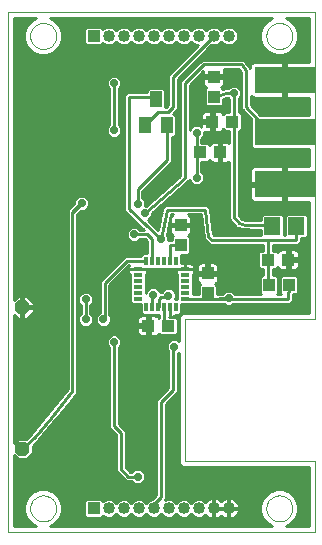
<source format=gtl>
G75*
G70*
%OFA0B0*%
%FSLAX24Y24*%
%IPPOS*%
%LPD*%
%AMOC8*
5,1,8,0,0,1.08239X$1,22.5*
%
%ADD10C,0.0000*%
%ADD11R,0.0315X0.0134*%
%ADD12R,0.0134X0.0315*%
%ADD13R,0.0394X0.0433*%
%ADD14R,0.0433X0.0394*%
%ADD15R,0.0551X0.0591*%
%ADD16R,0.0400X0.0400*%
%ADD17C,0.0400*%
%ADD18R,0.2000X0.0900*%
%ADD19R,0.0394X0.0551*%
%ADD20OC8,0.0472*%
%ADD21C,0.0100*%
%ADD22C,0.0278*%
D10*
X003487Y002923D02*
X003487Y020246D01*
X013723Y020246D01*
X013723Y010009D01*
X009393Y010009D01*
X009393Y005285D01*
X013723Y005285D01*
X013723Y002923D01*
X003487Y002923D01*
X004235Y003710D02*
X004237Y003751D01*
X004243Y003792D01*
X004253Y003832D01*
X004266Y003871D01*
X004283Y003908D01*
X004304Y003944D01*
X004328Y003978D01*
X004355Y004009D01*
X004384Y004037D01*
X004417Y004063D01*
X004451Y004085D01*
X004488Y004104D01*
X004526Y004119D01*
X004566Y004131D01*
X004606Y004139D01*
X004647Y004143D01*
X004689Y004143D01*
X004730Y004139D01*
X004770Y004131D01*
X004810Y004119D01*
X004848Y004104D01*
X004884Y004085D01*
X004919Y004063D01*
X004952Y004037D01*
X004981Y004009D01*
X005008Y003978D01*
X005032Y003944D01*
X005053Y003908D01*
X005070Y003871D01*
X005083Y003832D01*
X005093Y003792D01*
X005099Y003751D01*
X005101Y003710D01*
X005099Y003669D01*
X005093Y003628D01*
X005083Y003588D01*
X005070Y003549D01*
X005053Y003512D01*
X005032Y003476D01*
X005008Y003442D01*
X004981Y003411D01*
X004952Y003383D01*
X004919Y003357D01*
X004885Y003335D01*
X004848Y003316D01*
X004810Y003301D01*
X004770Y003289D01*
X004730Y003281D01*
X004689Y003277D01*
X004647Y003277D01*
X004606Y003281D01*
X004566Y003289D01*
X004526Y003301D01*
X004488Y003316D01*
X004452Y003335D01*
X004417Y003357D01*
X004384Y003383D01*
X004355Y003411D01*
X004328Y003442D01*
X004304Y003476D01*
X004283Y003512D01*
X004266Y003549D01*
X004253Y003588D01*
X004243Y003628D01*
X004237Y003669D01*
X004235Y003710D01*
X012109Y003710D02*
X012111Y003751D01*
X012117Y003792D01*
X012127Y003832D01*
X012140Y003871D01*
X012157Y003908D01*
X012178Y003944D01*
X012202Y003978D01*
X012229Y004009D01*
X012258Y004037D01*
X012291Y004063D01*
X012325Y004085D01*
X012362Y004104D01*
X012400Y004119D01*
X012440Y004131D01*
X012480Y004139D01*
X012521Y004143D01*
X012563Y004143D01*
X012604Y004139D01*
X012644Y004131D01*
X012684Y004119D01*
X012722Y004104D01*
X012758Y004085D01*
X012793Y004063D01*
X012826Y004037D01*
X012855Y004009D01*
X012882Y003978D01*
X012906Y003944D01*
X012927Y003908D01*
X012944Y003871D01*
X012957Y003832D01*
X012967Y003792D01*
X012973Y003751D01*
X012975Y003710D01*
X012973Y003669D01*
X012967Y003628D01*
X012957Y003588D01*
X012944Y003549D01*
X012927Y003512D01*
X012906Y003476D01*
X012882Y003442D01*
X012855Y003411D01*
X012826Y003383D01*
X012793Y003357D01*
X012759Y003335D01*
X012722Y003316D01*
X012684Y003301D01*
X012644Y003289D01*
X012604Y003281D01*
X012563Y003277D01*
X012521Y003277D01*
X012480Y003281D01*
X012440Y003289D01*
X012400Y003301D01*
X012362Y003316D01*
X012326Y003335D01*
X012291Y003357D01*
X012258Y003383D01*
X012229Y003411D01*
X012202Y003442D01*
X012178Y003476D01*
X012157Y003512D01*
X012140Y003549D01*
X012127Y003588D01*
X012117Y003628D01*
X012111Y003669D01*
X012109Y003710D01*
X013727Y014057D02*
X013727Y018457D01*
X012109Y019458D02*
X012111Y019499D01*
X012117Y019540D01*
X012127Y019580D01*
X012140Y019619D01*
X012157Y019656D01*
X012178Y019692D01*
X012202Y019726D01*
X012229Y019757D01*
X012258Y019785D01*
X012291Y019811D01*
X012325Y019833D01*
X012362Y019852D01*
X012400Y019867D01*
X012440Y019879D01*
X012480Y019887D01*
X012521Y019891D01*
X012563Y019891D01*
X012604Y019887D01*
X012644Y019879D01*
X012684Y019867D01*
X012722Y019852D01*
X012758Y019833D01*
X012793Y019811D01*
X012826Y019785D01*
X012855Y019757D01*
X012882Y019726D01*
X012906Y019692D01*
X012927Y019656D01*
X012944Y019619D01*
X012957Y019580D01*
X012967Y019540D01*
X012973Y019499D01*
X012975Y019458D01*
X012973Y019417D01*
X012967Y019376D01*
X012957Y019336D01*
X012944Y019297D01*
X012927Y019260D01*
X012906Y019224D01*
X012882Y019190D01*
X012855Y019159D01*
X012826Y019131D01*
X012793Y019105D01*
X012759Y019083D01*
X012722Y019064D01*
X012684Y019049D01*
X012644Y019037D01*
X012604Y019029D01*
X012563Y019025D01*
X012521Y019025D01*
X012480Y019029D01*
X012440Y019037D01*
X012400Y019049D01*
X012362Y019064D01*
X012326Y019083D01*
X012291Y019105D01*
X012258Y019131D01*
X012229Y019159D01*
X012202Y019190D01*
X012178Y019224D01*
X012157Y019260D01*
X012140Y019297D01*
X012127Y019336D01*
X012117Y019376D01*
X012111Y019417D01*
X012109Y019458D01*
X004235Y019458D02*
X004237Y019499D01*
X004243Y019540D01*
X004253Y019580D01*
X004266Y019619D01*
X004283Y019656D01*
X004304Y019692D01*
X004328Y019726D01*
X004355Y019757D01*
X004384Y019785D01*
X004417Y019811D01*
X004451Y019833D01*
X004488Y019852D01*
X004526Y019867D01*
X004566Y019879D01*
X004606Y019887D01*
X004647Y019891D01*
X004689Y019891D01*
X004730Y019887D01*
X004770Y019879D01*
X004810Y019867D01*
X004848Y019852D01*
X004884Y019833D01*
X004919Y019811D01*
X004952Y019785D01*
X004981Y019757D01*
X005008Y019726D01*
X005032Y019692D01*
X005053Y019656D01*
X005070Y019619D01*
X005083Y019580D01*
X005093Y019540D01*
X005099Y019499D01*
X005101Y019458D01*
X005099Y019417D01*
X005093Y019376D01*
X005083Y019336D01*
X005070Y019297D01*
X005053Y019260D01*
X005032Y019224D01*
X005008Y019190D01*
X004981Y019159D01*
X004952Y019131D01*
X004919Y019105D01*
X004885Y019083D01*
X004848Y019064D01*
X004810Y019049D01*
X004770Y019037D01*
X004730Y019029D01*
X004689Y019025D01*
X004647Y019025D01*
X004606Y019029D01*
X004566Y019037D01*
X004526Y019049D01*
X004488Y019064D01*
X004452Y019083D01*
X004417Y019105D01*
X004384Y019131D01*
X004355Y019159D01*
X004328Y019190D01*
X004304Y019224D01*
X004283Y019260D01*
X004266Y019297D01*
X004253Y019336D01*
X004243Y019376D01*
X004237Y019417D01*
X004235Y019458D01*
D11*
X007818Y011683D03*
X007818Y011486D03*
X007818Y011289D03*
X007818Y011092D03*
X007818Y010895D03*
X007818Y010698D03*
X009393Y010698D03*
X009393Y010895D03*
X009393Y011092D03*
X009393Y011289D03*
X009393Y011486D03*
X009393Y011683D03*
D12*
X009097Y011968D03*
X008901Y011968D03*
X008704Y011968D03*
X008507Y011968D03*
X008310Y011968D03*
X008113Y011968D03*
X008113Y010413D03*
X008310Y010413D03*
X008507Y010413D03*
X008704Y010413D03*
X008901Y010413D03*
X009097Y010413D03*
D13*
X010157Y010876D03*
X010157Y011545D03*
X009255Y012486D03*
X009255Y013155D03*
X012200Y011167D03*
X012869Y011167D03*
X010357Y017435D03*
X010357Y018104D03*
D14*
X010310Y016604D03*
X010979Y016604D03*
X010566Y015580D03*
X009897Y015580D03*
X012168Y011998D03*
X012838Y011998D03*
X008842Y009793D03*
X008172Y009793D03*
D15*
X012304Y013131D03*
X013111Y013131D03*
D16*
X006355Y019458D03*
X006355Y003710D03*
D17*
X006855Y003710D03*
X007355Y003710D03*
X007855Y003710D03*
X008355Y003710D03*
X008855Y003710D03*
X009355Y003710D03*
X009855Y003710D03*
X010355Y003710D03*
X010855Y003710D03*
X010855Y019458D03*
X010355Y019458D03*
X009855Y019458D03*
X009355Y019458D03*
X008855Y019458D03*
X008355Y019458D03*
X007855Y019458D03*
X007355Y019458D03*
X006855Y019458D03*
D18*
X012717Y017997D03*
X012717Y016257D03*
X012717Y014517D03*
D19*
X008802Y016478D03*
X008428Y017344D03*
X008054Y016478D03*
D20*
X003975Y010411D03*
X003975Y005687D03*
D21*
X004381Y006080D01*
X004920Y006738D01*
X005629Y007608D01*
X005645Y007624D01*
X005645Y013580D01*
X005733Y013669D01*
X005649Y013584D01*
X005645Y013584D01*
X005944Y013883D01*
X005968Y013907D01*
X005948Y013883D02*
X005733Y013669D01*
X005856Y013566D02*
X007429Y013566D01*
X007414Y013580D02*
X007460Y013534D01*
X007462Y013534D01*
X008017Y013004D01*
X007892Y013004D01*
X007841Y013055D01*
X007749Y013093D01*
X007650Y013093D01*
X007559Y013055D01*
X007489Y012985D01*
X007451Y012894D01*
X007451Y012795D01*
X007489Y012703D01*
X007559Y012633D01*
X007650Y012595D01*
X007749Y012595D01*
X007841Y012633D01*
X007892Y012684D01*
X008067Y012684D01*
X008130Y012620D01*
X008130Y012236D01*
X008001Y012236D01*
X007936Y012171D01*
X007936Y012128D01*
X007387Y012128D01*
X007294Y012034D01*
X006556Y011296D01*
X006556Y011164D01*
X006556Y010229D01*
X006535Y010220D01*
X006465Y010150D01*
X006427Y010059D01*
X006427Y009960D01*
X006465Y009868D01*
X006535Y009798D01*
X006627Y009761D01*
X006726Y009761D01*
X006817Y009798D01*
X006887Y009868D01*
X006925Y009960D01*
X006925Y010059D01*
X006887Y010150D01*
X006876Y010162D01*
X006876Y011164D01*
X007520Y011808D01*
X007521Y011808D01*
X007521Y011807D01*
X007510Y011769D01*
X007510Y011683D01*
X007818Y011683D01*
X008125Y011683D01*
X008125Y011701D01*
X008198Y011701D01*
X008394Y011701D01*
X008591Y011701D01*
X008788Y011701D01*
X008985Y011701D01*
X009085Y011701D01*
X009085Y011683D01*
X009392Y011683D01*
X009392Y011682D01*
X009085Y011682D01*
X009085Y011596D01*
X009096Y011558D01*
X009115Y011524D01*
X009125Y011514D01*
X009125Y011401D01*
X009125Y011205D01*
X009125Y011008D01*
X009125Y010811D01*
X009125Y010680D01*
X009070Y010680D01*
X009065Y010685D01*
X009090Y010747D01*
X009090Y010846D01*
X009053Y010938D01*
X008983Y011008D01*
X008891Y011046D01*
X008792Y011046D01*
X008701Y011008D01*
X008631Y010938D01*
X008624Y010923D01*
X008592Y010917D01*
X008565Y010917D01*
X008541Y010977D01*
X008471Y011047D01*
X008379Y011085D01*
X008280Y011085D01*
X008189Y011047D01*
X008119Y010977D01*
X008085Y010897D01*
X008085Y011008D01*
X008085Y011205D01*
X008085Y011401D01*
X008085Y011514D01*
X008095Y011524D01*
X008115Y011558D01*
X008125Y011596D01*
X008125Y011682D01*
X007818Y011682D01*
X007818Y011683D01*
X007818Y011682D01*
X007510Y011682D01*
X007510Y011596D01*
X007521Y011558D01*
X007540Y011524D01*
X007550Y011514D01*
X007550Y011401D01*
X007550Y011205D01*
X007550Y011008D01*
X007550Y010811D01*
X007550Y010586D01*
X007615Y010521D01*
X007936Y010521D01*
X007936Y010210D01*
X008001Y010146D01*
X008226Y010146D01*
X008423Y010146D01*
X008544Y010146D01*
X008544Y010064D01*
X008528Y010048D01*
X008509Y010082D01*
X008481Y010110D01*
X008447Y010129D01*
X008409Y010140D01*
X008221Y010140D01*
X008221Y009842D01*
X008124Y009842D01*
X008124Y010140D01*
X007936Y010140D01*
X007898Y010129D01*
X007864Y010110D01*
X007836Y010082D01*
X007816Y010048D01*
X007806Y010009D01*
X007806Y009841D01*
X008124Y009841D01*
X008124Y009744D01*
X008221Y009744D01*
X008221Y009446D01*
X008409Y009446D01*
X008447Y009456D01*
X008481Y009476D01*
X008509Y009504D01*
X008528Y009537D01*
X008579Y009486D01*
X009104Y009486D01*
X009168Y009550D01*
X009168Y010035D01*
X009104Y010100D01*
X008864Y010100D01*
X008864Y010106D01*
X008900Y010106D01*
X008900Y010413D01*
X008901Y010413D01*
X008901Y010106D01*
X008987Y010106D01*
X009025Y010116D01*
X009060Y010135D01*
X009070Y010146D01*
X009210Y010146D01*
X009274Y010210D01*
X009274Y010521D01*
X009596Y010521D01*
X009613Y010538D01*
X010090Y010538D01*
X010117Y010538D01*
X010119Y010537D01*
X010183Y010538D01*
X010223Y010538D01*
X010246Y010538D01*
X010677Y010538D01*
X010708Y010507D01*
X010800Y010469D01*
X010899Y010469D01*
X010990Y010507D01*
X011022Y010538D01*
X012823Y010538D01*
X012882Y010533D01*
X012888Y010538D01*
X012896Y010538D01*
X012938Y010581D01*
X012984Y010619D01*
X012984Y010627D01*
X012990Y010632D01*
X012990Y010692D01*
X013002Y010840D01*
X013112Y010840D01*
X013176Y010905D01*
X013523Y010905D01*
X013523Y011003D02*
X013176Y011003D01*
X013176Y010905D02*
X013176Y011429D01*
X013112Y011493D01*
X012627Y011493D01*
X012562Y011429D01*
X012562Y010905D01*
X012507Y010905D01*
X012507Y011429D01*
X012442Y011493D01*
X012328Y011493D01*
X012328Y011691D01*
X012430Y011691D01*
X012482Y011742D01*
X012501Y011709D01*
X012529Y011681D01*
X012563Y011661D01*
X012601Y011651D01*
X012789Y011651D01*
X012789Y011949D01*
X012886Y011949D01*
X012886Y011651D01*
X013074Y011651D01*
X013112Y011661D01*
X013146Y011681D01*
X013174Y011709D01*
X013194Y011743D01*
X013204Y011781D01*
X013204Y011949D01*
X012886Y011949D01*
X012886Y012046D01*
X012789Y012046D01*
X012789Y012344D01*
X012601Y012344D01*
X012563Y012334D01*
X012529Y012314D01*
X012501Y012287D01*
X012482Y012253D01*
X012430Y012304D01*
X012317Y012304D01*
X012317Y012367D01*
X012320Y012429D01*
X012324Y012499D01*
X013045Y012499D01*
X013178Y012499D01*
X013271Y012593D01*
X013271Y012726D01*
X013432Y012726D01*
X013497Y012791D01*
X013497Y013472D01*
X013432Y013537D01*
X012790Y013537D01*
X012726Y013472D01*
X012726Y012819D01*
X012690Y012819D01*
X012690Y013472D01*
X012625Y013537D01*
X011983Y013537D01*
X011919Y013472D01*
X011919Y013322D01*
X011507Y013326D01*
X011506Y013327D01*
X011443Y013327D01*
X011414Y013328D01*
X011282Y013361D01*
X011187Y013479D01*
X011187Y016297D01*
X011241Y016297D01*
X011306Y016361D01*
X011306Y016846D01*
X011241Y016911D01*
X011187Y016911D01*
X011187Y017365D01*
X011238Y017416D01*
X011275Y017507D01*
X011275Y017606D01*
X011280Y017606D01*
X011275Y017606D02*
X011238Y017698D01*
X011168Y017768D01*
X011076Y017806D01*
X010977Y017806D01*
X010886Y017768D01*
X010839Y017721D01*
X010798Y017721D01*
X010774Y017733D01*
X010734Y017721D01*
X010693Y017721D01*
X010674Y017701D01*
X010663Y017698D01*
X010613Y017748D01*
X010646Y017767D01*
X010674Y017795D01*
X010694Y017829D01*
X010704Y017868D01*
X010704Y018055D01*
X010406Y018055D01*
X010406Y018152D01*
X010704Y018152D01*
X010704Y018340D01*
X010701Y018353D01*
X011197Y018353D01*
X011280Y018229D01*
X011280Y017100D01*
X011277Y017038D01*
X011280Y017034D01*
X011280Y017030D01*
X011324Y016986D01*
X011607Y016674D01*
X011607Y015762D01*
X011672Y015697D01*
X013523Y015697D01*
X013523Y015117D01*
X012767Y015117D01*
X012767Y014568D01*
X012667Y014568D01*
X012667Y015117D01*
X011698Y015117D01*
X011659Y015107D01*
X011625Y015087D01*
X011597Y015060D01*
X011578Y015025D01*
X011567Y014987D01*
X011567Y014567D01*
X012667Y014567D01*
X012667Y014468D01*
X011567Y014468D01*
X011567Y014048D01*
X011578Y014010D01*
X011597Y013975D01*
X011625Y013947D01*
X011659Y013928D01*
X011698Y013917D01*
X012667Y013917D01*
X012667Y014467D01*
X012767Y014467D01*
X012767Y013917D01*
X013523Y013917D01*
X013523Y010209D01*
X009310Y010209D01*
X009193Y010092D01*
X009193Y009927D01*
X009193Y009302D01*
X009179Y009315D01*
X009088Y009353D01*
X008989Y009353D01*
X008897Y009315D01*
X008827Y009245D01*
X008790Y009153D01*
X008790Y009054D01*
X008827Y008963D01*
X008836Y008954D01*
X008828Y008921D01*
X008839Y008902D01*
X008839Y007714D01*
X008445Y007320D01*
X008445Y007187D01*
X008445Y004170D01*
X008295Y004020D01*
X008294Y004020D01*
X008180Y003973D01*
X008105Y003899D01*
X008031Y003973D01*
X007917Y004020D01*
X007794Y004020D01*
X007680Y003973D01*
X007605Y003899D01*
X007531Y003973D01*
X007417Y004020D01*
X007294Y004020D01*
X007180Y003973D01*
X007105Y003899D01*
X007031Y003973D01*
X006917Y004020D01*
X006794Y004020D01*
X006680Y003973D01*
X006664Y003957D01*
X006601Y004020D01*
X006110Y004020D01*
X006045Y003956D01*
X006045Y003465D01*
X006110Y003400D01*
X006601Y003400D01*
X006664Y003463D01*
X006680Y003447D01*
X006794Y003400D01*
X006917Y003400D01*
X007031Y003447D01*
X007105Y003522D01*
X007180Y003447D01*
X007294Y003400D01*
X007417Y003400D01*
X007531Y003447D01*
X007605Y003522D01*
X007680Y003447D01*
X007794Y003400D01*
X007917Y003400D01*
X008031Y003447D01*
X008105Y003522D01*
X008180Y003447D01*
X008294Y003400D01*
X008417Y003400D01*
X008531Y003447D01*
X008605Y003522D01*
X008680Y003447D01*
X008794Y003400D01*
X008917Y003400D01*
X009031Y003447D01*
X009105Y003522D01*
X009180Y003447D01*
X009294Y003400D01*
X009417Y003400D01*
X009531Y003447D01*
X009605Y003522D01*
X009680Y003447D01*
X009794Y003400D01*
X009917Y003400D01*
X010031Y003447D01*
X010078Y003495D01*
X010083Y003487D01*
X010132Y003438D01*
X010190Y003400D01*
X010253Y003374D01*
X010321Y003360D01*
X010341Y003360D01*
X010341Y003696D01*
X010369Y003696D01*
X010369Y003360D01*
X010390Y003360D01*
X010457Y003374D01*
X010521Y003400D01*
X010578Y003438D01*
X010605Y003465D01*
X010632Y003438D01*
X010690Y003400D01*
X010753Y003374D01*
X010821Y003360D01*
X010841Y003360D01*
X010841Y003696D01*
X010505Y003696D01*
X010370Y003696D01*
X010370Y003724D01*
X010505Y003724D01*
X010841Y003724D01*
X010841Y003696D01*
X010869Y003696D01*
X010869Y003360D01*
X010890Y003360D01*
X010957Y003374D01*
X011021Y003400D01*
X011078Y003438D01*
X011127Y003487D01*
X011165Y003544D01*
X011192Y003608D01*
X011205Y003676D01*
X011205Y003696D01*
X010870Y003696D01*
X010870Y003724D01*
X011205Y003724D01*
X011205Y003745D01*
X011192Y003812D01*
X011165Y003876D01*
X011127Y003933D01*
X011078Y003982D01*
X011021Y004020D01*
X010957Y004047D01*
X010890Y004060D01*
X010869Y004060D01*
X010869Y003724D01*
X010841Y003724D01*
X010841Y004060D01*
X010821Y004060D01*
X010753Y004047D01*
X010690Y004020D01*
X010632Y003982D01*
X010605Y003955D01*
X010578Y003982D01*
X010521Y004020D01*
X010457Y004047D01*
X010390Y004060D01*
X010369Y004060D01*
X010369Y003724D01*
X010341Y003724D01*
X010341Y004060D01*
X010321Y004060D01*
X010253Y004047D01*
X010190Y004020D01*
X010132Y003982D01*
X010083Y003933D01*
X010078Y003926D01*
X010031Y003973D01*
X009917Y004020D01*
X009794Y004020D01*
X009680Y003973D01*
X009605Y003899D01*
X009531Y003973D01*
X009417Y004020D01*
X009294Y004020D01*
X009180Y003973D01*
X009105Y003899D01*
X009031Y003973D01*
X008917Y004020D01*
X008794Y004020D01*
X008715Y003988D01*
X008765Y004038D01*
X008765Y007187D01*
X009065Y007487D01*
X009159Y007581D01*
X009159Y008884D01*
X009179Y008893D01*
X009193Y008906D01*
X009193Y005368D01*
X009193Y005202D01*
X009310Y005085D01*
X013523Y005085D01*
X013523Y003123D01*
X012778Y003123D01*
X012901Y003174D01*
X013079Y003352D01*
X013175Y003584D01*
X013175Y003836D01*
X013079Y004069D01*
X012901Y004247D01*
X012668Y004343D01*
X012416Y004343D01*
X012184Y004247D01*
X012006Y004069D01*
X011909Y003836D01*
X011909Y003584D01*
X012006Y003352D01*
X012184Y003174D01*
X012306Y003123D01*
X004904Y003123D01*
X005027Y003174D01*
X005205Y003352D01*
X005301Y003584D01*
X005301Y003836D01*
X005205Y004069D01*
X005027Y004247D01*
X004794Y004343D01*
X004542Y004343D01*
X004310Y004247D01*
X004132Y004069D01*
X004035Y003836D01*
X004035Y003584D01*
X004132Y003352D01*
X004310Y003174D01*
X004432Y003123D01*
X003687Y003123D01*
X003687Y005485D01*
X003687Y005485D01*
X003832Y005340D01*
X004119Y005340D01*
X004322Y005543D01*
X004322Y005800D01*
X004452Y005927D01*
X004463Y005928D01*
X004499Y005972D01*
X004540Y006012D01*
X004540Y006022D01*
X005002Y006585D01*
X005002Y006585D01*
X005040Y006631D01*
X005086Y006688D01*
X005748Y007501D01*
X005805Y007557D01*
X005805Y013514D01*
X005893Y013603D01*
X005925Y013635D01*
X005997Y013635D01*
X006089Y013672D01*
X006159Y013742D01*
X006197Y013834D01*
X006197Y013933D01*
X006159Y014024D01*
X006089Y014094D01*
X005997Y014132D01*
X005898Y014132D01*
X005807Y014094D01*
X005737Y014024D01*
X005699Y013933D01*
X005699Y013865D01*
X005578Y013744D01*
X005485Y013651D01*
X005485Y013647D01*
X005485Y013514D01*
X005485Y007690D01*
X005469Y007674D01*
X005469Y007665D01*
X004798Y006841D01*
X004263Y006189D01*
X004102Y006033D01*
X003832Y006033D01*
X003687Y005888D01*
X003687Y010153D01*
X003815Y010025D01*
X003947Y010025D01*
X003947Y010382D01*
X004004Y010382D01*
X004004Y010025D01*
X004135Y010025D01*
X004362Y010251D01*
X004362Y010382D01*
X004004Y010382D01*
X004004Y010440D01*
X003947Y010440D01*
X003947Y010797D01*
X003815Y010797D01*
X003687Y010669D01*
X003687Y020046D01*
X004432Y020046D01*
X004310Y019995D01*
X004132Y019817D01*
X004035Y019584D01*
X004035Y019332D01*
X004132Y019100D01*
X004310Y018922D01*
X004542Y018825D01*
X004794Y018825D01*
X005027Y018922D01*
X005205Y019100D01*
X005301Y019332D01*
X005301Y019584D01*
X005205Y019817D01*
X005027Y019995D01*
X004904Y020046D01*
X012306Y020046D01*
X012184Y019995D01*
X012006Y019817D01*
X011909Y019584D01*
X011909Y019332D01*
X012006Y019100D01*
X012184Y018922D01*
X012416Y018825D01*
X012668Y018825D01*
X012901Y018922D01*
X013079Y019100D01*
X013175Y019332D01*
X013175Y019584D01*
X013079Y019817D01*
X012901Y019995D01*
X012778Y020046D01*
X013523Y020046D01*
X013523Y018597D01*
X012767Y018597D01*
X012767Y018048D01*
X012667Y018048D01*
X012667Y018597D01*
X011698Y018597D01*
X011659Y018587D01*
X011625Y018567D01*
X011597Y018540D01*
X011578Y018505D01*
X011567Y018467D01*
X011567Y018376D01*
X011564Y018379D01*
X011442Y018562D01*
X011442Y018580D01*
X011407Y018615D01*
X011379Y018657D01*
X011361Y018661D01*
X011349Y018673D01*
X011298Y018673D01*
X011249Y018683D01*
X011234Y018673D01*
X010089Y018673D01*
X009956Y018673D01*
X009326Y018043D01*
X009233Y017950D01*
X009233Y014806D01*
X008094Y013802D01*
X008060Y013802D01*
X008067Y013818D01*
X008067Y013917D01*
X008029Y014009D01*
X007978Y014060D01*
X007978Y014131D01*
X007978Y014274D01*
X008135Y014431D01*
X008372Y014668D01*
X008962Y015258D01*
X008962Y015391D01*
X008962Y016092D01*
X009045Y016092D01*
X009109Y016157D01*
X009109Y016799D01*
X009045Y016864D01*
X008993Y016864D01*
X009065Y016936D01*
X009159Y017030D01*
X009159Y018036D01*
X010278Y019155D01*
X010294Y019148D01*
X010417Y019148D01*
X010531Y019195D01*
X010605Y019270D01*
X010680Y019195D01*
X010794Y019148D01*
X010917Y019148D01*
X011031Y019195D01*
X011118Y019283D01*
X011165Y019397D01*
X011165Y019520D01*
X011118Y019634D01*
X011031Y019721D01*
X010917Y019768D01*
X010794Y019768D01*
X010680Y019721D01*
X010605Y019647D01*
X010531Y019721D01*
X010417Y019768D01*
X010294Y019768D01*
X010180Y019721D01*
X010105Y019647D01*
X010031Y019721D01*
X009917Y019768D01*
X009794Y019768D01*
X009680Y019721D01*
X009605Y019647D01*
X009531Y019721D01*
X009417Y019768D01*
X009294Y019768D01*
X009180Y019721D01*
X009105Y019647D01*
X009031Y019721D01*
X008917Y019768D01*
X008794Y019768D01*
X008680Y019721D01*
X008605Y019647D01*
X008531Y019721D01*
X008417Y019768D01*
X008294Y019768D01*
X008180Y019721D01*
X008105Y019647D01*
X008031Y019721D01*
X007917Y019768D01*
X007794Y019768D01*
X007680Y019721D01*
X007605Y019647D01*
X007531Y019721D01*
X007417Y019768D01*
X007294Y019768D01*
X007180Y019721D01*
X007105Y019647D01*
X007031Y019721D01*
X006917Y019768D01*
X006794Y019768D01*
X006680Y019721D01*
X006664Y019705D01*
X006601Y019768D01*
X006110Y019768D01*
X006045Y019704D01*
X006045Y019213D01*
X006110Y019148D01*
X006601Y019148D01*
X006664Y019211D01*
X006680Y019195D01*
X006794Y019148D01*
X006917Y019148D01*
X007031Y019195D01*
X007105Y019270D01*
X007180Y019195D01*
X007294Y019148D01*
X007417Y019148D01*
X007531Y019195D01*
X007605Y019270D01*
X007680Y019195D01*
X007794Y019148D01*
X007917Y019148D01*
X008031Y019195D01*
X008105Y019270D01*
X008180Y019195D01*
X008294Y019148D01*
X008417Y019148D01*
X008531Y019195D01*
X008605Y019270D01*
X008680Y019195D01*
X008794Y019148D01*
X008917Y019148D01*
X009031Y019195D01*
X009105Y019270D01*
X009180Y019195D01*
X009294Y019148D01*
X009417Y019148D01*
X009531Y019195D01*
X009605Y019270D01*
X009680Y019195D01*
X009794Y019148D01*
X009819Y019148D01*
X008839Y018168D01*
X008839Y018036D01*
X008839Y017162D01*
X008760Y017083D01*
X008735Y017083D01*
X008735Y017665D01*
X008671Y017730D01*
X008186Y017730D01*
X008121Y017665D01*
X008121Y017583D01*
X007593Y017583D01*
X007460Y017583D01*
X007367Y017489D01*
X007367Y013759D01*
X007365Y013757D01*
X007367Y013693D01*
X007367Y013628D01*
X007368Y013627D01*
X007368Y013625D01*
X007414Y013580D01*
X007367Y013664D02*
X006069Y013664D01*
X006167Y013763D02*
X007367Y013763D01*
X007367Y013861D02*
X006197Y013861D01*
X006186Y013960D02*
X007367Y013960D01*
X007367Y014058D02*
X006125Y014058D01*
X005771Y014058D02*
X003687Y014058D01*
X003687Y013960D02*
X005710Y013960D01*
X005695Y013861D02*
X003687Y013861D01*
X003687Y013763D02*
X005597Y013763D01*
X005498Y013664D02*
X003687Y013664D01*
X003687Y013566D02*
X005485Y013566D01*
X005485Y013467D02*
X003687Y013467D01*
X003687Y013368D02*
X005485Y013368D01*
X005485Y013270D02*
X003687Y013270D01*
X003687Y013171D02*
X005485Y013171D01*
X005485Y013073D02*
X003687Y013073D01*
X003687Y012974D02*
X005485Y012974D01*
X005485Y012876D02*
X003687Y012876D01*
X003687Y012777D02*
X005485Y012777D01*
X005485Y012679D02*
X003687Y012679D01*
X003687Y012580D02*
X005485Y012580D01*
X005485Y012482D02*
X003687Y012482D01*
X003687Y012383D02*
X005485Y012383D01*
X005485Y012284D02*
X003687Y012284D01*
X003687Y012186D02*
X005485Y012186D01*
X005485Y012087D02*
X003687Y012087D01*
X003687Y011989D02*
X005485Y011989D01*
X005485Y011890D02*
X003687Y011890D01*
X003687Y011792D02*
X005485Y011792D01*
X005485Y011693D02*
X003687Y011693D01*
X003687Y011595D02*
X005485Y011595D01*
X005485Y011496D02*
X003687Y011496D01*
X003687Y011398D02*
X005485Y011398D01*
X005485Y011299D02*
X003687Y011299D01*
X003687Y011200D02*
X005485Y011200D01*
X005485Y011102D02*
X003687Y011102D01*
X003687Y011003D02*
X005485Y011003D01*
X005485Y010905D02*
X003687Y010905D01*
X003687Y010806D02*
X005485Y010806D01*
X005485Y010708D02*
X004225Y010708D01*
X004135Y010797D02*
X004362Y010571D01*
X004362Y010440D01*
X004004Y010440D01*
X004004Y010797D01*
X004135Y010797D01*
X004004Y010708D02*
X003947Y010708D01*
X003947Y010609D02*
X004004Y010609D01*
X004004Y010511D02*
X003947Y010511D01*
X004004Y010412D02*
X005485Y010412D01*
X005485Y010314D02*
X004362Y010314D01*
X004326Y010215D02*
X005485Y010215D01*
X005485Y010116D02*
X004227Y010116D01*
X004004Y010116D02*
X003947Y010116D01*
X003947Y010215D02*
X004004Y010215D01*
X004004Y010314D02*
X003947Y010314D01*
X003724Y010116D02*
X003687Y010116D01*
X003687Y010018D02*
X005485Y010018D01*
X005485Y009919D02*
X003687Y009919D01*
X003687Y009821D02*
X005485Y009821D01*
X005485Y009722D02*
X003687Y009722D01*
X003687Y009624D02*
X005485Y009624D01*
X005485Y009525D02*
X003687Y009525D01*
X003687Y009427D02*
X005485Y009427D01*
X005485Y009328D02*
X003687Y009328D01*
X003687Y009230D02*
X005485Y009230D01*
X005485Y009131D02*
X003687Y009131D01*
X003687Y009033D02*
X005485Y009033D01*
X005485Y008934D02*
X003687Y008934D01*
X003687Y008835D02*
X005485Y008835D01*
X005485Y008737D02*
X003687Y008737D01*
X003687Y008638D02*
X005485Y008638D01*
X005485Y008540D02*
X003687Y008540D01*
X003687Y008441D02*
X005485Y008441D01*
X005485Y008343D02*
X003687Y008343D01*
X003687Y008244D02*
X005485Y008244D01*
X005485Y008146D02*
X003687Y008146D01*
X003687Y008047D02*
X005485Y008047D01*
X005485Y007949D02*
X003687Y007949D01*
X003687Y007850D02*
X005485Y007850D01*
X005485Y007751D02*
X003687Y007751D01*
X003687Y007653D02*
X005459Y007653D01*
X005379Y007554D02*
X003687Y007554D01*
X003687Y007456D02*
X005299Y007456D01*
X005219Y007357D02*
X003687Y007357D01*
X003687Y007259D02*
X005138Y007259D01*
X005058Y007160D02*
X003687Y007160D01*
X003687Y007062D02*
X004978Y007062D01*
X004898Y006963D02*
X003687Y006963D01*
X003687Y006865D02*
X004817Y006865D01*
X004737Y006766D02*
X003687Y006766D01*
X003687Y006667D02*
X004656Y006667D01*
X004575Y006569D02*
X003687Y006569D01*
X003687Y006470D02*
X004494Y006470D01*
X004413Y006372D02*
X003687Y006372D01*
X003687Y006273D02*
X004332Y006273D01*
X004249Y006175D02*
X003687Y006175D01*
X003687Y006076D02*
X004147Y006076D01*
X004322Y005781D02*
X007107Y005781D01*
X007107Y005879D02*
X004403Y005879D01*
X004505Y005978D02*
X007107Y005978D01*
X007107Y006076D02*
X004584Y006076D01*
X004665Y006175D02*
X007096Y006175D01*
X007107Y006164D02*
X007107Y004943D01*
X007200Y004849D01*
X007201Y004849D01*
X007437Y004613D01*
X007569Y004613D01*
X007626Y004613D01*
X007677Y004562D01*
X007768Y004524D01*
X007867Y004524D01*
X007959Y004562D01*
X008029Y004632D01*
X008067Y004724D01*
X008067Y004823D01*
X008029Y004914D01*
X007959Y004984D01*
X007867Y005022D01*
X007768Y005022D01*
X007677Y004984D01*
X007626Y004933D01*
X007569Y004933D01*
X007427Y005076D01*
X007427Y006296D01*
X007333Y006390D01*
X007191Y006532D01*
X007191Y009069D01*
X007242Y009120D01*
X007279Y009212D01*
X007279Y009311D01*
X007242Y009402D01*
X007172Y009472D01*
X007080Y009510D01*
X006981Y009510D01*
X006890Y009472D01*
X006820Y009402D01*
X006782Y009311D01*
X006782Y009212D01*
X006820Y009120D01*
X006871Y009069D01*
X006871Y006532D01*
X006871Y006400D01*
X007107Y006164D01*
X006997Y006273D02*
X004746Y006273D01*
X004827Y006372D02*
X006899Y006372D01*
X006871Y006470D02*
X004908Y006470D01*
X004989Y006569D02*
X006871Y006569D01*
X006871Y006667D02*
X005070Y006667D01*
X005086Y006688D02*
X005086Y006688D01*
X005150Y006766D02*
X006871Y006766D01*
X006871Y006865D02*
X005230Y006865D01*
X005310Y006963D02*
X006871Y006963D01*
X006871Y007062D02*
X005390Y007062D01*
X005471Y007160D02*
X006871Y007160D01*
X006871Y007259D02*
X005551Y007259D01*
X005631Y007357D02*
X006871Y007357D01*
X006871Y007456D02*
X005711Y007456D01*
X005802Y007554D02*
X006871Y007554D01*
X006871Y007653D02*
X005805Y007653D01*
X005805Y007751D02*
X006871Y007751D01*
X006871Y007850D02*
X005805Y007850D01*
X005805Y007949D02*
X006871Y007949D01*
X006871Y008047D02*
X005805Y008047D01*
X005805Y008146D02*
X006871Y008146D01*
X006871Y008244D02*
X005805Y008244D01*
X005805Y008343D02*
X006871Y008343D01*
X006871Y008441D02*
X005805Y008441D01*
X005805Y008540D02*
X006871Y008540D01*
X006871Y008638D02*
X005805Y008638D01*
X005805Y008737D02*
X006871Y008737D01*
X006871Y008835D02*
X005805Y008835D01*
X005805Y008934D02*
X006871Y008934D01*
X006871Y009033D02*
X005805Y009033D01*
X005805Y009131D02*
X006815Y009131D01*
X006782Y009230D02*
X005805Y009230D01*
X005805Y009328D02*
X006789Y009328D01*
X006844Y009427D02*
X005805Y009427D01*
X005805Y009525D02*
X007823Y009525D01*
X007816Y009538D02*
X007836Y009504D01*
X007864Y009476D01*
X007898Y009456D01*
X007936Y009446D01*
X008124Y009446D01*
X008124Y009744D01*
X007806Y009744D01*
X007806Y009576D01*
X007816Y009538D01*
X007806Y009624D02*
X005805Y009624D01*
X005805Y009722D02*
X007806Y009722D01*
X007806Y009919D02*
X006908Y009919D01*
X006925Y010018D02*
X007808Y010018D01*
X007875Y010116D02*
X006901Y010116D01*
X006876Y010215D02*
X007936Y010215D01*
X007936Y010314D02*
X006876Y010314D01*
X006876Y010412D02*
X007936Y010412D01*
X007936Y010511D02*
X006876Y010511D01*
X006876Y010609D02*
X007550Y010609D01*
X007550Y010708D02*
X006876Y010708D01*
X006876Y010806D02*
X007550Y010806D01*
X007550Y010905D02*
X006876Y010905D01*
X006876Y011003D02*
X007550Y011003D01*
X007550Y011102D02*
X006876Y011102D01*
X006912Y011200D02*
X007550Y011200D01*
X007550Y011299D02*
X007011Y011299D01*
X007109Y011398D02*
X007550Y011398D01*
X007550Y011496D02*
X007208Y011496D01*
X007307Y011595D02*
X007511Y011595D01*
X007510Y011693D02*
X007405Y011693D01*
X007504Y011792D02*
X007516Y011792D01*
X007454Y011968D02*
X008113Y011968D01*
X008113Y012037D01*
X008290Y011988D02*
X008310Y011968D01*
X008290Y011988D02*
X008290Y012687D01*
X008133Y012844D01*
X007700Y012844D01*
X007798Y013073D02*
X007946Y013073D01*
X007842Y013171D02*
X005805Y013171D01*
X005805Y013073D02*
X007602Y013073D01*
X007484Y012974D02*
X005805Y012974D01*
X005805Y012876D02*
X007451Y012876D01*
X007458Y012777D02*
X005805Y012777D01*
X005805Y012679D02*
X007513Y012679D01*
X007886Y012679D02*
X008072Y012679D01*
X008130Y012580D02*
X005805Y012580D01*
X005805Y012482D02*
X008130Y012482D01*
X008130Y012383D02*
X005805Y012383D01*
X005805Y012284D02*
X008130Y012284D01*
X007951Y012186D02*
X005805Y012186D01*
X005805Y012087D02*
X007347Y012087D01*
X007248Y011989D02*
X005805Y011989D01*
X005805Y011890D02*
X007150Y011890D01*
X007051Y011792D02*
X005805Y011792D01*
X005805Y011693D02*
X006953Y011693D01*
X006854Y011595D02*
X005805Y011595D01*
X005805Y011496D02*
X006756Y011496D01*
X006657Y011398D02*
X005805Y011398D01*
X005805Y011299D02*
X006558Y011299D01*
X006556Y011200D02*
X005805Y011200D01*
X005805Y011102D02*
X006556Y011102D01*
X006556Y011003D02*
X005805Y011003D01*
X005805Y010905D02*
X005981Y010905D01*
X005945Y010890D02*
X005875Y010820D01*
X005837Y010728D01*
X005837Y010629D01*
X005875Y010538D01*
X005926Y010487D01*
X005926Y010201D01*
X005875Y010150D01*
X005837Y010059D01*
X005837Y009960D01*
X005875Y009868D01*
X005945Y009798D01*
X006036Y009761D01*
X006135Y009761D01*
X006227Y009798D01*
X006297Y009868D01*
X006335Y009960D01*
X006335Y010059D01*
X006297Y010150D01*
X006246Y010201D01*
X006246Y010487D01*
X006297Y010538D01*
X006335Y010629D01*
X006335Y010728D01*
X006297Y010820D01*
X006227Y010890D01*
X006135Y010928D01*
X006036Y010928D01*
X005945Y010890D01*
X005869Y010806D02*
X005805Y010806D01*
X005805Y010708D02*
X005837Y010708D01*
X005845Y010609D02*
X005805Y010609D01*
X005805Y010511D02*
X005902Y010511D01*
X005926Y010412D02*
X005805Y010412D01*
X005805Y010314D02*
X005926Y010314D01*
X005926Y010215D02*
X005805Y010215D01*
X005805Y010116D02*
X005861Y010116D01*
X005837Y010018D02*
X005805Y010018D01*
X005805Y009919D02*
X005854Y009919D01*
X005805Y009821D02*
X005922Y009821D01*
X006086Y010009D02*
X006086Y010679D01*
X006190Y010905D02*
X006556Y010905D01*
X006556Y010806D02*
X006302Y010806D01*
X006335Y010708D02*
X006556Y010708D01*
X006556Y010609D02*
X006326Y010609D01*
X006270Y010511D02*
X006556Y010511D01*
X006556Y010412D02*
X006246Y010412D01*
X006246Y010314D02*
X006556Y010314D01*
X006530Y010215D02*
X006246Y010215D01*
X006311Y010116D02*
X006451Y010116D01*
X006427Y010018D02*
X006335Y010018D01*
X006318Y009919D02*
X006444Y009919D01*
X006513Y009821D02*
X006249Y009821D01*
X006676Y010009D02*
X006716Y010049D01*
X006716Y011230D01*
X007454Y011968D01*
X008085Y011496D02*
X009125Y011496D01*
X009125Y011398D02*
X008085Y011398D01*
X008085Y011299D02*
X009125Y011299D01*
X009125Y011200D02*
X008085Y011200D01*
X008085Y011102D02*
X009125Y011102D01*
X009125Y011003D02*
X008987Y011003D01*
X009066Y010905D02*
X009125Y010905D01*
X009125Y010806D02*
X009090Y010806D01*
X009074Y010708D02*
X009125Y010708D01*
X009274Y010511D02*
X010705Y010511D01*
X010849Y010718D02*
X010180Y010698D01*
X010157Y010698D01*
X010157Y010876D01*
X010180Y010698D02*
X012830Y010698D01*
X012869Y011167D01*
X013176Y011200D02*
X013523Y011200D01*
X013523Y011102D02*
X013176Y011102D01*
X013176Y011299D02*
X013523Y011299D01*
X013523Y011398D02*
X013176Y011398D01*
X013159Y011693D02*
X013523Y011693D01*
X013523Y011595D02*
X012328Y011595D01*
X012328Y011496D02*
X013523Y011496D01*
X013523Y011792D02*
X013204Y011792D01*
X013204Y011890D02*
X013523Y011890D01*
X013523Y011989D02*
X012886Y011989D01*
X012886Y012046D02*
X013204Y012046D01*
X013204Y012214D01*
X013194Y012252D01*
X013174Y012287D01*
X013146Y012314D01*
X013112Y012334D01*
X013074Y012344D01*
X012886Y012344D01*
X012886Y012046D01*
X012886Y012087D02*
X012789Y012087D01*
X012789Y012186D02*
X012886Y012186D01*
X012886Y012284D02*
X012789Y012284D01*
X012500Y012284D02*
X012450Y012284D01*
X012318Y012383D02*
X013523Y012383D01*
X013523Y012284D02*
X013175Y012284D01*
X013204Y012186D02*
X013523Y012186D01*
X013523Y012087D02*
X013204Y012087D01*
X012886Y011890D02*
X012789Y011890D01*
X012789Y011792D02*
X012886Y011792D01*
X012886Y011693D02*
X012789Y011693D01*
X012517Y011693D02*
X012433Y011693D01*
X012168Y011998D02*
X012157Y011998D01*
X012157Y012371D01*
X012133Y011923D01*
X012168Y011998D02*
X012168Y011167D01*
X012200Y011167D01*
X012460Y010858D02*
X012507Y010905D01*
X012562Y010905D02*
X012609Y010858D01*
X012460Y010858D01*
X012507Y011003D02*
X012562Y011003D01*
X012562Y011102D02*
X012507Y011102D01*
X012507Y011200D02*
X012562Y011200D01*
X012562Y011299D02*
X012507Y011299D01*
X012507Y011398D02*
X012562Y011398D01*
X012008Y011493D02*
X011957Y011493D01*
X011893Y011429D01*
X011893Y010905D01*
X011015Y010905D01*
X010990Y010929D02*
X010899Y010967D01*
X010800Y010967D01*
X010708Y010929D01*
X010652Y010872D01*
X010463Y010867D01*
X010463Y011138D01*
X010412Y011189D01*
X010445Y011208D01*
X010473Y011236D01*
X010493Y011270D01*
X010503Y011309D01*
X010503Y011496D01*
X012008Y011496D01*
X012008Y011493D02*
X012008Y011691D01*
X011906Y011691D01*
X011842Y011755D01*
X011842Y012240D01*
X011906Y012304D01*
X011993Y012304D01*
X011994Y012314D01*
X011994Y012314D01*
X011997Y012375D01*
X011997Y012437D01*
X012000Y012441D01*
X012004Y012499D01*
X010353Y012499D01*
X010220Y012499D01*
X010074Y012645D01*
X010030Y012679D01*
X010029Y012691D01*
X010020Y012699D01*
X010020Y012755D01*
X009922Y013511D01*
X009511Y013511D01*
X009544Y013492D01*
X009572Y013464D01*
X009592Y013430D01*
X009602Y013391D01*
X009602Y013204D01*
X009304Y013204D01*
X009304Y013107D01*
X009602Y013107D01*
X009602Y012919D01*
X009592Y012881D01*
X009572Y012846D01*
X009544Y012819D01*
X009510Y012799D01*
X009562Y012748D01*
X009562Y012224D01*
X009497Y012159D01*
X009274Y012159D01*
X009274Y011900D01*
X009393Y011900D01*
X009393Y011683D01*
X009393Y011683D01*
X009700Y011683D01*
X009700Y011769D01*
X009690Y011807D01*
X009670Y011842D01*
X009642Y011870D01*
X009608Y011889D01*
X009570Y011900D01*
X009393Y011900D01*
X009393Y011683D01*
X009393Y011682D01*
X009700Y011682D01*
X009700Y011596D01*
X009690Y011558D01*
X009670Y011524D01*
X009660Y011514D01*
X009660Y011401D01*
X009660Y011205D01*
X009660Y011008D01*
X009660Y010858D01*
X009850Y010858D01*
X009850Y011138D01*
X009901Y011189D01*
X009868Y011208D01*
X009840Y011236D01*
X009820Y011270D01*
X009810Y011309D01*
X009810Y011496D01*
X009660Y011496D01*
X009660Y011398D02*
X009810Y011398D01*
X009810Y011496D02*
X010108Y011496D01*
X010108Y011593D01*
X009810Y011593D01*
X009810Y011781D01*
X009820Y011819D01*
X009840Y011854D01*
X009868Y011881D01*
X009902Y011901D01*
X009940Y011911D01*
X010108Y011911D01*
X010108Y011594D01*
X010205Y011594D01*
X010205Y011911D01*
X010373Y011911D01*
X010411Y011901D01*
X010445Y011881D01*
X010473Y011854D01*
X010493Y011819D01*
X010503Y011781D01*
X010503Y011593D01*
X010205Y011593D01*
X010205Y011496D01*
X010503Y011496D01*
X010503Y011398D02*
X011893Y011398D01*
X011893Y011299D02*
X010501Y011299D01*
X010432Y011200D02*
X011893Y011200D01*
X011893Y011102D02*
X010463Y011102D01*
X010463Y011003D02*
X011893Y011003D01*
X011893Y010905D02*
X011939Y010858D01*
X011061Y010858D01*
X011060Y010859D01*
X010990Y010929D01*
X010684Y010905D02*
X010463Y010905D01*
X010180Y010698D02*
X009393Y010698D01*
X009660Y010905D02*
X009850Y010905D01*
X009850Y011003D02*
X009660Y011003D01*
X009660Y011102D02*
X009850Y011102D01*
X009881Y011200D02*
X009660Y011200D01*
X009660Y011299D02*
X009812Y011299D01*
X009810Y011595D02*
X009700Y011595D01*
X009700Y011693D02*
X009810Y011693D01*
X009813Y011792D02*
X009694Y011792D01*
X009605Y011890D02*
X009883Y011890D01*
X010108Y011890D02*
X010205Y011890D01*
X010205Y011792D02*
X010108Y011792D01*
X010108Y011693D02*
X010205Y011693D01*
X010205Y011595D02*
X010108Y011595D01*
X010503Y011595D02*
X012008Y011595D01*
X011904Y011693D02*
X010503Y011693D01*
X010501Y011792D02*
X011842Y011792D01*
X011842Y011890D02*
X010430Y011890D01*
X010139Y012580D02*
X009562Y012580D01*
X009562Y012482D02*
X012003Y012482D01*
X011997Y012383D02*
X009562Y012383D01*
X009562Y012284D02*
X011886Y012284D01*
X011842Y012186D02*
X009524Y012186D01*
X009393Y011890D02*
X009393Y011890D01*
X009393Y011792D02*
X009393Y011792D01*
X009393Y011693D02*
X009393Y011693D01*
X009274Y011989D02*
X011842Y011989D01*
X011842Y012087D02*
X009274Y012087D01*
X008901Y011968D02*
X008901Y012486D01*
X009255Y012486D01*
X008977Y012777D02*
X008821Y012777D01*
X008805Y012816D02*
X008790Y012831D01*
X008932Y013511D01*
X008999Y013511D01*
X008966Y013492D01*
X008938Y013464D01*
X008918Y013430D01*
X008908Y013391D01*
X008908Y013204D01*
X009206Y013204D01*
X009206Y013107D01*
X008908Y013107D01*
X008908Y012919D01*
X008918Y012881D01*
X008938Y012846D01*
X008966Y012819D01*
X008999Y012799D01*
X008948Y012748D01*
X008948Y012646D01*
X008842Y012646D01*
X008842Y012724D01*
X008805Y012816D01*
X008799Y012876D02*
X008921Y012876D01*
X008908Y012974D02*
X008820Y012974D01*
X008840Y013073D02*
X008908Y013073D01*
X008861Y013171D02*
X009206Y013171D01*
X009304Y013171D02*
X009966Y013171D01*
X009979Y013073D02*
X009602Y013073D01*
X009602Y012974D02*
X009992Y012974D01*
X010004Y012876D02*
X009589Y012876D01*
X009533Y012777D02*
X010017Y012777D01*
X010030Y012679D02*
X009562Y012679D01*
X009602Y013270D02*
X009953Y013270D01*
X009940Y013368D02*
X009602Y013368D01*
X009569Y013467D02*
X009927Y013467D01*
X010062Y013671D02*
X008802Y013671D01*
X008594Y012675D01*
X007527Y013694D01*
X007527Y017423D01*
X008487Y017423D01*
X008487Y017403D01*
X008428Y017344D01*
X008735Y017310D02*
X008839Y017310D01*
X008839Y017212D02*
X008735Y017212D01*
X008735Y017113D02*
X008790Y017113D01*
X008826Y016923D02*
X008487Y016923D01*
X007987Y016423D01*
X008054Y016478D01*
X007367Y016522D02*
X007191Y016522D01*
X007191Y016501D02*
X007191Y017691D01*
X007242Y017742D01*
X007279Y017834D01*
X007279Y017933D01*
X007242Y018024D01*
X007172Y018094D01*
X007080Y018132D01*
X006981Y018132D01*
X006890Y018094D01*
X006820Y018024D01*
X006782Y017933D01*
X006782Y017834D01*
X006820Y017742D01*
X006871Y017691D01*
X006871Y016501D01*
X006820Y016450D01*
X006782Y016358D01*
X006782Y016259D01*
X006820Y016168D01*
X006890Y016098D01*
X006981Y016060D01*
X007080Y016060D01*
X007172Y016098D01*
X007242Y016168D01*
X007279Y016259D01*
X007279Y016358D01*
X007242Y016450D01*
X007191Y016501D01*
X007252Y016423D02*
X007367Y016423D01*
X007367Y016325D02*
X007279Y016325D01*
X007266Y016226D02*
X007367Y016226D01*
X007367Y016128D02*
X007202Y016128D01*
X007367Y016029D02*
X003687Y016029D01*
X003687Y015931D02*
X007367Y015931D01*
X007367Y015832D02*
X003687Y015832D01*
X003687Y015733D02*
X007367Y015733D01*
X007367Y015635D02*
X003687Y015635D01*
X003687Y015536D02*
X007367Y015536D01*
X007367Y015438D02*
X003687Y015438D01*
X003687Y015339D02*
X007367Y015339D01*
X007367Y015241D02*
X003687Y015241D01*
X003687Y015142D02*
X007367Y015142D01*
X007367Y015044D02*
X003687Y015044D01*
X003687Y014945D02*
X007367Y014945D01*
X007367Y014847D02*
X003687Y014847D01*
X003687Y014748D02*
X007367Y014748D01*
X007367Y014649D02*
X003687Y014649D01*
X003687Y014551D02*
X007367Y014551D01*
X007367Y014452D02*
X003687Y014452D01*
X003687Y014354D02*
X007367Y014354D01*
X007367Y014255D02*
X003687Y014255D01*
X003687Y014157D02*
X007367Y014157D01*
X007818Y014065D02*
X007818Y013868D01*
X007818Y014065D02*
X007818Y014340D01*
X007975Y014498D01*
X008212Y014734D01*
X008802Y015324D01*
X008802Y016478D01*
X009109Y016522D02*
X009233Y016522D01*
X009233Y016620D02*
X009109Y016620D01*
X009109Y016719D02*
X009233Y016719D01*
X009233Y016817D02*
X009091Y016817D01*
X009045Y016916D02*
X009233Y016916D01*
X009233Y017015D02*
X009144Y017015D01*
X009159Y017113D02*
X009233Y017113D01*
X009233Y017212D02*
X009159Y017212D01*
X009159Y017310D02*
X009233Y017310D01*
X009233Y017409D02*
X009159Y017409D01*
X009159Y017507D02*
X009233Y017507D01*
X009233Y017606D02*
X009159Y017606D01*
X009159Y017704D02*
X009233Y017704D01*
X009233Y017803D02*
X009159Y017803D01*
X009159Y017901D02*
X009233Y017901D01*
X009283Y018000D02*
X009159Y018000D01*
X009222Y018099D02*
X009382Y018099D01*
X009320Y018197D02*
X009480Y018197D01*
X009419Y018296D02*
X009579Y018296D01*
X009517Y018394D02*
X009677Y018394D01*
X009616Y018493D02*
X009776Y018493D01*
X009715Y018591D02*
X009874Y018591D01*
X009813Y018690D02*
X013523Y018690D01*
X013523Y018788D02*
X009912Y018788D01*
X010010Y018887D02*
X012268Y018887D01*
X012120Y018985D02*
X010109Y018985D01*
X010207Y019084D02*
X012021Y019084D01*
X011971Y019182D02*
X011000Y019182D01*
X011116Y019281D02*
X011931Y019281D01*
X011909Y019380D02*
X011158Y019380D01*
X011165Y019478D02*
X011909Y019478D01*
X011909Y019577D02*
X011142Y019577D01*
X011077Y019675D02*
X011947Y019675D01*
X011988Y019774D02*
X005223Y019774D01*
X005264Y019675D02*
X006045Y019675D01*
X006045Y019577D02*
X005301Y019577D01*
X005301Y019478D02*
X006045Y019478D01*
X006045Y019380D02*
X005301Y019380D01*
X005280Y019281D02*
X006045Y019281D01*
X006076Y019182D02*
X005239Y019182D01*
X005189Y019084D02*
X009755Y019084D01*
X009711Y019182D02*
X009500Y019182D01*
X009656Y018985D02*
X005091Y018985D01*
X004943Y018887D02*
X009558Y018887D01*
X009459Y018788D02*
X003687Y018788D01*
X003687Y018690D02*
X009361Y018690D01*
X009262Y018591D02*
X003687Y018591D01*
X003687Y018493D02*
X009164Y018493D01*
X009065Y018394D02*
X003687Y018394D01*
X003687Y018296D02*
X008966Y018296D01*
X008868Y018197D02*
X003687Y018197D01*
X003687Y018099D02*
X006899Y018099D01*
X006809Y018000D02*
X003687Y018000D01*
X003687Y017901D02*
X006782Y017901D01*
X006794Y017803D02*
X003687Y017803D01*
X003687Y017704D02*
X006858Y017704D01*
X006871Y017606D02*
X003687Y017606D01*
X003687Y017507D02*
X006871Y017507D01*
X006871Y017409D02*
X003687Y017409D01*
X003687Y017310D02*
X006871Y017310D01*
X006871Y017212D02*
X003687Y017212D01*
X003687Y017113D02*
X006871Y017113D01*
X006871Y017015D02*
X003687Y017015D01*
X003687Y016916D02*
X006871Y016916D01*
X006871Y016817D02*
X003687Y016817D01*
X003687Y016719D02*
X006871Y016719D01*
X006871Y016620D02*
X003687Y016620D01*
X003687Y016522D02*
X006871Y016522D01*
X006809Y016423D02*
X003687Y016423D01*
X003687Y016325D02*
X006782Y016325D01*
X006795Y016226D02*
X003687Y016226D01*
X003687Y016128D02*
X006860Y016128D01*
X007031Y016309D02*
X007031Y017883D01*
X007203Y017704D02*
X008160Y017704D01*
X008121Y017606D02*
X007191Y017606D01*
X007191Y017507D02*
X007385Y017507D01*
X007367Y017409D02*
X007191Y017409D01*
X007191Y017310D02*
X007367Y017310D01*
X007367Y017212D02*
X007191Y017212D01*
X007191Y017113D02*
X007367Y017113D01*
X007367Y017015D02*
X007191Y017015D01*
X007191Y016916D02*
X007367Y016916D01*
X007367Y016817D02*
X007191Y016817D01*
X007191Y016719D02*
X007367Y016719D01*
X007367Y016620D02*
X007191Y016620D01*
X007267Y017803D02*
X008839Y017803D01*
X008839Y017901D02*
X007279Y017901D01*
X007252Y018000D02*
X008839Y018000D01*
X008839Y018099D02*
X007162Y018099D01*
X007211Y019182D02*
X007000Y019182D01*
X006711Y019182D02*
X006635Y019182D01*
X007077Y019675D02*
X007134Y019675D01*
X007577Y019675D02*
X007634Y019675D01*
X008077Y019675D02*
X008134Y019675D01*
X008577Y019675D02*
X008634Y019675D01*
X009077Y019675D02*
X009134Y019675D01*
X009577Y019675D02*
X009634Y019675D01*
X010077Y019675D02*
X010134Y019675D01*
X010355Y019458D02*
X008999Y018102D01*
X008999Y017096D01*
X008826Y016923D01*
X009109Y016423D02*
X009233Y016423D01*
X009233Y016325D02*
X009109Y016325D01*
X009109Y016226D02*
X009233Y016226D01*
X009233Y016128D02*
X009080Y016128D01*
X008962Y016029D02*
X009233Y016029D01*
X009233Y015931D02*
X008962Y015931D01*
X008962Y015832D02*
X009233Y015832D01*
X009233Y015733D02*
X008962Y015733D01*
X008962Y015635D02*
X009233Y015635D01*
X009233Y015536D02*
X008962Y015536D01*
X008962Y015438D02*
X009233Y015438D01*
X009233Y015339D02*
X008962Y015339D01*
X008945Y015241D02*
X009233Y015241D01*
X009233Y015142D02*
X008846Y015142D01*
X008748Y015044D02*
X009233Y015044D01*
X009233Y014945D02*
X008649Y014945D01*
X008551Y014847D02*
X009233Y014847D01*
X009167Y014748D02*
X008452Y014748D01*
X008354Y014649D02*
X009055Y014649D01*
X008944Y014551D02*
X008255Y014551D01*
X008156Y014452D02*
X008832Y014452D01*
X008720Y014354D02*
X008058Y014354D01*
X007978Y014255D02*
X008609Y014255D01*
X008497Y014157D02*
X007978Y014157D01*
X007979Y014058D02*
X008385Y014058D01*
X008274Y013960D02*
X008049Y013960D01*
X008067Y013861D02*
X008162Y013861D01*
X008422Y013664D02*
X008637Y013664D01*
X008642Y013687D02*
X008496Y012989D01*
X008148Y013322D01*
X008195Y013342D01*
X008265Y013412D01*
X008303Y013503D01*
X008303Y013559D01*
X009453Y014574D01*
X009459Y014574D01*
X009502Y014617D01*
X009548Y014658D01*
X009548Y014658D01*
X009575Y014593D01*
X009645Y014523D01*
X009737Y014485D01*
X009836Y014485D01*
X009927Y014523D01*
X009997Y014593D01*
X010035Y014684D01*
X010035Y014783D01*
X009997Y014875D01*
X009946Y014926D01*
X009946Y015273D01*
X010159Y015273D01*
X010210Y015325D01*
X010229Y015291D01*
X010257Y015263D01*
X010292Y015244D01*
X010330Y015233D01*
X010517Y015233D01*
X010517Y015532D01*
X010614Y015532D01*
X010614Y015233D01*
X010802Y015233D01*
X010840Y015244D01*
X010867Y015259D01*
X010867Y013431D01*
X010861Y013374D01*
X010867Y013366D01*
X010867Y013357D01*
X010908Y013316D01*
X011061Y013126D01*
X011089Y013079D01*
X011101Y013076D01*
X011109Y013066D01*
X011164Y013060D01*
X011318Y013022D01*
X011333Y013008D01*
X011334Y013008D01*
X011334Y013007D01*
X011381Y013007D01*
X011427Y012996D01*
X011445Y013007D01*
X011664Y012996D01*
X011673Y013004D01*
X011919Y013002D01*
X011919Y012819D01*
X010353Y012819D01*
X010332Y012840D01*
X010222Y013681D01*
X010222Y013737D01*
X010214Y013746D01*
X010212Y013757D01*
X010168Y013791D01*
X010128Y013831D01*
X010116Y013831D01*
X010107Y013838D01*
X010052Y013831D01*
X008819Y013831D01*
X008770Y013841D01*
X008755Y013831D01*
X008736Y013831D01*
X008701Y013796D01*
X008659Y013769D01*
X008655Y013750D01*
X008642Y013737D01*
X008642Y013687D01*
X008658Y013763D02*
X008534Y013763D01*
X008645Y013861D02*
X010867Y013861D01*
X010867Y013763D02*
X010205Y013763D01*
X010224Y013664D02*
X010867Y013664D01*
X010867Y013566D02*
X010237Y013566D01*
X010250Y013467D02*
X010867Y013467D01*
X010865Y013368D02*
X010263Y013368D01*
X010276Y013270D02*
X010944Y013270D01*
X011024Y013171D02*
X010289Y013171D01*
X010301Y013073D02*
X011104Y013073D01*
X011192Y013218D02*
X011401Y013167D01*
X011440Y013167D01*
X011605Y013159D01*
X011401Y013167D02*
X012265Y013159D01*
X012304Y013131D01*
X011919Y012974D02*
X010314Y012974D01*
X010327Y012876D02*
X011919Y012876D01*
X012172Y012659D02*
X010286Y012659D01*
X010180Y012765D01*
X010062Y013671D01*
X010867Y013960D02*
X008757Y013960D01*
X008869Y014058D02*
X010867Y014058D01*
X010867Y014157D02*
X008981Y014157D01*
X009092Y014255D02*
X010867Y014255D01*
X010867Y014354D02*
X009204Y014354D01*
X009316Y014452D02*
X010867Y014452D01*
X010867Y014551D02*
X009956Y014551D01*
X010021Y014649D02*
X010867Y014649D01*
X010867Y014748D02*
X010035Y014748D01*
X010009Y014847D02*
X010867Y014847D01*
X010867Y014945D02*
X009946Y014945D01*
X009946Y015044D02*
X010867Y015044D01*
X010867Y015142D02*
X009946Y015142D01*
X009946Y015241D02*
X010303Y015241D01*
X010517Y015241D02*
X010614Y015241D01*
X010614Y015339D02*
X010517Y015339D01*
X010517Y015438D02*
X010614Y015438D01*
X010614Y015629D02*
X010517Y015629D01*
X010517Y015927D01*
X010330Y015927D01*
X010292Y015917D01*
X010257Y015897D01*
X010229Y015869D01*
X010210Y015836D01*
X010159Y015887D01*
X009946Y015887D01*
X009946Y015981D01*
X009946Y016038D01*
X009997Y016089D01*
X010035Y016180D01*
X010035Y016268D01*
X010036Y016267D01*
X010074Y016257D01*
X010262Y016257D01*
X010262Y016555D01*
X010359Y016555D01*
X010359Y016257D01*
X010546Y016257D01*
X010584Y016267D01*
X010619Y016287D01*
X010647Y016315D01*
X010666Y016348D01*
X010717Y016297D01*
X010867Y016297D01*
X010867Y015902D01*
X010840Y015917D01*
X010802Y015927D01*
X010614Y015927D01*
X010614Y015629D01*
X010614Y015635D02*
X010517Y015635D01*
X010517Y015733D02*
X010614Y015733D01*
X010614Y015832D02*
X010517Y015832D01*
X010867Y015931D02*
X009946Y015931D01*
X009946Y016029D02*
X010867Y016029D01*
X010867Y016128D02*
X010013Y016128D01*
X010035Y016226D02*
X010867Y016226D01*
X010690Y016325D02*
X010652Y016325D01*
X010359Y016325D02*
X010262Y016325D01*
X010262Y016423D02*
X010359Y016423D01*
X010359Y016522D02*
X010262Y016522D01*
X010261Y016555D02*
X009944Y016555D01*
X009944Y016425D01*
X009927Y016441D01*
X009836Y016479D01*
X009737Y016479D01*
X009645Y016441D01*
X009575Y016371D01*
X009553Y016316D01*
X009553Y017817D01*
X010010Y018275D01*
X010010Y018152D01*
X010309Y018152D01*
X010309Y018055D01*
X010010Y018055D01*
X010010Y017868D01*
X010021Y017829D01*
X010040Y017795D01*
X010068Y017767D01*
X010102Y017748D01*
X010050Y017697D01*
X010050Y017173D01*
X010115Y017108D01*
X010600Y017108D01*
X010664Y017173D01*
X010664Y017363D01*
X010783Y017401D01*
X010831Y017401D01*
X010867Y017365D01*
X010867Y016911D01*
X010717Y016911D01*
X010666Y016859D01*
X010647Y016893D01*
X010619Y016921D01*
X010584Y016941D01*
X010546Y016951D01*
X010359Y016951D01*
X010359Y016653D01*
X010262Y016653D01*
X010262Y016951D01*
X010074Y016951D01*
X010036Y016941D01*
X010001Y016921D01*
X009974Y016893D01*
X009954Y016859D01*
X009944Y016821D01*
X009944Y016652D01*
X010261Y016652D01*
X010261Y016555D01*
X010261Y016620D02*
X009553Y016620D01*
X009553Y016522D02*
X009944Y016522D01*
X009944Y016719D02*
X009553Y016719D01*
X009553Y016817D02*
X009944Y016817D01*
X009997Y016916D02*
X009553Y016916D01*
X009553Y017015D02*
X010867Y017015D01*
X010867Y017113D02*
X010605Y017113D01*
X010664Y017212D02*
X010867Y017212D01*
X010867Y017310D02*
X010664Y017310D01*
X010759Y017561D02*
X010357Y017435D01*
X010050Y017409D02*
X009553Y017409D01*
X009553Y017507D02*
X010050Y017507D01*
X010050Y017606D02*
X009553Y017606D01*
X009553Y017704D02*
X010058Y017704D01*
X010036Y017803D02*
X009553Y017803D01*
X009637Y017901D02*
X010010Y017901D01*
X010010Y018000D02*
X009735Y018000D01*
X009834Y018099D02*
X010309Y018099D01*
X010406Y018099D02*
X011280Y018099D01*
X011280Y018197D02*
X010704Y018197D01*
X010704Y018296D02*
X011235Y018296D01*
X011440Y018277D02*
X011283Y018513D01*
X010023Y018513D01*
X009393Y017883D01*
X009393Y014734D01*
X008054Y013553D01*
X008222Y013368D02*
X008575Y013368D01*
X008555Y013270D02*
X008202Y013270D01*
X008306Y013171D02*
X008534Y013171D01*
X008513Y013073D02*
X008409Y013073D01*
X008288Y013467D02*
X008596Y013467D01*
X008617Y013566D02*
X008310Y013566D01*
X008923Y013467D02*
X008941Y013467D01*
X008908Y013368D02*
X008902Y013368D01*
X008908Y013270D02*
X008882Y013270D01*
X008842Y012679D02*
X008948Y012679D01*
X009085Y011693D02*
X008125Y011693D01*
X008125Y011595D02*
X009086Y011595D01*
X008696Y011003D02*
X008515Y011003D01*
X008330Y010836D02*
X008310Y010817D01*
X008310Y010413D01*
X008507Y010413D02*
X008527Y010433D01*
X008527Y010679D01*
X008605Y010757D01*
X008842Y010797D01*
X008900Y010412D02*
X008901Y010412D01*
X008900Y010314D02*
X008901Y010314D01*
X008900Y010215D02*
X008901Y010215D01*
X008900Y010116D02*
X008901Y010116D01*
X009027Y010116D02*
X009217Y010116D01*
X009193Y010018D02*
X009168Y010018D01*
X009168Y009919D02*
X009193Y009919D01*
X009193Y009821D02*
X009168Y009821D01*
X009168Y009722D02*
X009193Y009722D01*
X009193Y009624D02*
X009168Y009624D01*
X009143Y009525D02*
X009193Y009525D01*
X009193Y009427D02*
X007217Y009427D01*
X007272Y009328D02*
X008929Y009328D01*
X008821Y009230D02*
X007279Y009230D01*
X007246Y009131D02*
X008790Y009131D01*
X008799Y009033D02*
X007191Y009033D01*
X007191Y008934D02*
X008831Y008934D01*
X008839Y008835D02*
X007191Y008835D01*
X007191Y008737D02*
X008839Y008737D01*
X008839Y008638D02*
X007191Y008638D01*
X007191Y008540D02*
X008839Y008540D01*
X008839Y008441D02*
X007191Y008441D01*
X007191Y008343D02*
X008839Y008343D01*
X008839Y008244D02*
X007191Y008244D01*
X007191Y008146D02*
X008839Y008146D01*
X008839Y008047D02*
X007191Y008047D01*
X007191Y007949D02*
X008839Y007949D01*
X008839Y007850D02*
X007191Y007850D01*
X007191Y007751D02*
X008839Y007751D01*
X008778Y007653D02*
X007191Y007653D01*
X007191Y007554D02*
X008680Y007554D01*
X008581Y007456D02*
X007191Y007456D01*
X007191Y007357D02*
X008483Y007357D01*
X008445Y007259D02*
X007191Y007259D01*
X007191Y007160D02*
X008445Y007160D01*
X008445Y007062D02*
X007191Y007062D01*
X007191Y006963D02*
X008445Y006963D01*
X008445Y006865D02*
X007191Y006865D01*
X007191Y006766D02*
X008445Y006766D01*
X008445Y006667D02*
X007191Y006667D01*
X007191Y006569D02*
X008445Y006569D01*
X008445Y006470D02*
X007253Y006470D01*
X007351Y006372D02*
X008445Y006372D01*
X008445Y006273D02*
X007427Y006273D01*
X007427Y006175D02*
X008445Y006175D01*
X008445Y006076D02*
X007427Y006076D01*
X007427Y005978D02*
X008445Y005978D01*
X008445Y005879D02*
X007427Y005879D01*
X007427Y005781D02*
X008445Y005781D01*
X008445Y005682D02*
X007427Y005682D01*
X007427Y005584D02*
X008445Y005584D01*
X008445Y005485D02*
X007427Y005485D01*
X007427Y005386D02*
X008445Y005386D01*
X008445Y005288D02*
X007427Y005288D01*
X007427Y005189D02*
X008445Y005189D01*
X008445Y005091D02*
X007427Y005091D01*
X007510Y004992D02*
X007696Y004992D01*
X007818Y004773D02*
X007503Y004773D01*
X007267Y005009D01*
X007267Y006230D01*
X007031Y006466D01*
X007031Y009261D01*
X006840Y009821D02*
X008124Y009821D01*
X008124Y009919D02*
X008221Y009919D01*
X008221Y010018D02*
X008124Y010018D01*
X008124Y010116D02*
X008221Y010116D01*
X008469Y010116D02*
X008544Y010116D01*
X008704Y010413D02*
X008704Y009793D01*
X008842Y009793D01*
X008540Y009525D02*
X008521Y009525D01*
X008221Y009525D02*
X008124Y009525D01*
X008124Y009624D02*
X008221Y009624D01*
X008221Y009722D02*
X008124Y009722D01*
X009147Y009328D02*
X009193Y009328D01*
X009038Y009104D02*
X008999Y008946D01*
X008999Y007647D01*
X008605Y007254D01*
X008605Y004104D01*
X008355Y003854D01*
X008355Y003710D01*
X008261Y004007D02*
X007949Y004007D01*
X008096Y003908D02*
X008115Y003908D01*
X008381Y004105D02*
X005168Y004105D01*
X005231Y004007D02*
X006096Y004007D01*
X006045Y003908D02*
X005272Y003908D01*
X005301Y003810D02*
X006045Y003810D01*
X006045Y003711D02*
X005301Y003711D01*
X005301Y003613D02*
X006045Y003613D01*
X006045Y003514D02*
X005272Y003514D01*
X005231Y003416D02*
X006094Y003416D01*
X006616Y003416D02*
X006757Y003416D01*
X006954Y003416D02*
X007257Y003416D01*
X007113Y003514D02*
X007098Y003514D01*
X007454Y003416D02*
X007757Y003416D01*
X007613Y003514D02*
X007598Y003514D01*
X007954Y003416D02*
X008257Y003416D01*
X008113Y003514D02*
X008098Y003514D01*
X008454Y003416D02*
X008757Y003416D01*
X008613Y003514D02*
X008598Y003514D01*
X008954Y003416D02*
X009257Y003416D01*
X009113Y003514D02*
X009098Y003514D01*
X009454Y003416D02*
X009757Y003416D01*
X009613Y003514D02*
X009598Y003514D01*
X009954Y003416D02*
X010166Y003416D01*
X010341Y003416D02*
X010369Y003416D01*
X010369Y003514D02*
X010341Y003514D01*
X010341Y003613D02*
X010369Y003613D01*
X010370Y003711D02*
X010841Y003711D01*
X010870Y003711D02*
X011909Y003711D01*
X011909Y003613D02*
X011193Y003613D01*
X011145Y003514D02*
X011938Y003514D01*
X011979Y003416D02*
X011044Y003416D01*
X010869Y003416D02*
X010841Y003416D01*
X010841Y003514D02*
X010869Y003514D01*
X010869Y003613D02*
X010841Y003613D01*
X010841Y003810D02*
X010869Y003810D01*
X010869Y003908D02*
X010841Y003908D01*
X010841Y004007D02*
X010869Y004007D01*
X011041Y004007D02*
X011980Y004007D01*
X011939Y003908D02*
X011144Y003908D01*
X011192Y003810D02*
X011909Y003810D01*
X012042Y004105D02*
X008765Y004105D01*
X008761Y004007D02*
X008734Y004007D01*
X008765Y004204D02*
X012141Y004204D01*
X012318Y004302D02*
X008765Y004302D01*
X008765Y004401D02*
X013523Y004401D01*
X013523Y004302D02*
X012767Y004302D01*
X012944Y004204D02*
X013523Y004204D01*
X013523Y004105D02*
X013042Y004105D01*
X013105Y004007D02*
X013523Y004007D01*
X013523Y003908D02*
X013146Y003908D01*
X013175Y003810D02*
X013523Y003810D01*
X013523Y003711D02*
X013175Y003711D01*
X013175Y003613D02*
X013523Y003613D01*
X013523Y003514D02*
X013146Y003514D01*
X013105Y003416D02*
X013523Y003416D01*
X013523Y003317D02*
X013044Y003317D01*
X012946Y003218D02*
X013523Y003218D01*
X013523Y004500D02*
X008765Y004500D01*
X008765Y004598D02*
X013523Y004598D01*
X013523Y004697D02*
X008765Y004697D01*
X008765Y004795D02*
X013523Y004795D01*
X013523Y004894D02*
X008765Y004894D01*
X008765Y004992D02*
X013523Y004992D01*
X012040Y003317D02*
X005170Y003317D01*
X005072Y003218D02*
X012139Y003218D01*
X010666Y003416D02*
X010544Y003416D01*
X010369Y003810D02*
X010341Y003810D01*
X010341Y003908D02*
X010369Y003908D01*
X010369Y004007D02*
X010341Y004007D01*
X010169Y004007D02*
X009949Y004007D01*
X009761Y004007D02*
X009449Y004007D01*
X009596Y003908D02*
X009615Y003908D01*
X009261Y004007D02*
X008949Y004007D01*
X009096Y003908D02*
X009115Y003908D01*
X008445Y004204D02*
X005070Y004204D01*
X004893Y004302D02*
X008445Y004302D01*
X008445Y004401D02*
X003687Y004401D01*
X003687Y004302D02*
X004444Y004302D01*
X004267Y004204D02*
X003687Y004204D01*
X003687Y004105D02*
X004168Y004105D01*
X004106Y004007D02*
X003687Y004007D01*
X003687Y003908D02*
X004065Y003908D01*
X004035Y003810D02*
X003687Y003810D01*
X003687Y003711D02*
X004035Y003711D01*
X004035Y003613D02*
X003687Y003613D01*
X003687Y003514D02*
X004064Y003514D01*
X004105Y003416D02*
X003687Y003416D01*
X003687Y003317D02*
X004166Y003317D01*
X004265Y003218D02*
X003687Y003218D01*
X003687Y004500D02*
X008445Y004500D01*
X008445Y004598D02*
X007995Y004598D01*
X008056Y004697D02*
X008445Y004697D01*
X008445Y004795D02*
X008067Y004795D01*
X008037Y004894D02*
X008445Y004894D01*
X008445Y004992D02*
X007940Y004992D01*
X007641Y004598D02*
X003687Y004598D01*
X003687Y004697D02*
X007353Y004697D01*
X007255Y004795D02*
X003687Y004795D01*
X003687Y004894D02*
X007156Y004894D01*
X007107Y004992D02*
X003687Y004992D01*
X003687Y005091D02*
X007107Y005091D01*
X007107Y005189D02*
X003687Y005189D01*
X003687Y005288D02*
X007107Y005288D01*
X007107Y005386D02*
X004165Y005386D01*
X004263Y005485D02*
X007107Y005485D01*
X007107Y005584D02*
X004322Y005584D01*
X004322Y005682D02*
X007107Y005682D01*
X006949Y004007D02*
X007261Y004007D01*
X007115Y003908D02*
X007096Y003908D01*
X006761Y004007D02*
X006614Y004007D01*
X007449Y004007D02*
X007761Y004007D01*
X007615Y003908D02*
X007596Y003908D01*
X008765Y005091D02*
X009304Y005091D01*
X009206Y005189D02*
X008765Y005189D01*
X008765Y005288D02*
X009193Y005288D01*
X009193Y005386D02*
X008765Y005386D01*
X008765Y005485D02*
X009193Y005485D01*
X009193Y005584D02*
X008765Y005584D01*
X008765Y005682D02*
X009193Y005682D01*
X009193Y005781D02*
X008765Y005781D01*
X008765Y005879D02*
X009193Y005879D01*
X009193Y005978D02*
X008765Y005978D01*
X008765Y006076D02*
X009193Y006076D01*
X009193Y006175D02*
X008765Y006175D01*
X008765Y006273D02*
X009193Y006273D01*
X009193Y006372D02*
X008765Y006372D01*
X008765Y006470D02*
X009193Y006470D01*
X009193Y006569D02*
X008765Y006569D01*
X008765Y006667D02*
X009193Y006667D01*
X009193Y006766D02*
X008765Y006766D01*
X008765Y006865D02*
X009193Y006865D01*
X009193Y006963D02*
X008765Y006963D01*
X008765Y007062D02*
X009193Y007062D01*
X009193Y007160D02*
X008765Y007160D01*
X008837Y007259D02*
X009193Y007259D01*
X009193Y007357D02*
X008935Y007357D01*
X009034Y007456D02*
X009193Y007456D01*
X009193Y007554D02*
X009132Y007554D01*
X009159Y007653D02*
X009193Y007653D01*
X009193Y007751D02*
X009159Y007751D01*
X009159Y007850D02*
X009193Y007850D01*
X009193Y007949D02*
X009159Y007949D01*
X009159Y008047D02*
X009193Y008047D01*
X009193Y008146D02*
X009159Y008146D01*
X009159Y008244D02*
X009193Y008244D01*
X009193Y008343D02*
X009159Y008343D01*
X009159Y008441D02*
X009193Y008441D01*
X009193Y008540D02*
X009159Y008540D01*
X009159Y008638D02*
X009193Y008638D01*
X009193Y008737D02*
X009159Y008737D01*
X009159Y008835D02*
X009193Y008835D01*
X009274Y010215D02*
X013523Y010215D01*
X013523Y010314D02*
X009274Y010314D01*
X009274Y010412D02*
X013523Y010412D01*
X013523Y010511D02*
X010994Y010511D01*
X012157Y012371D02*
X012172Y012659D01*
X013111Y012659D01*
X013111Y013131D01*
X012726Y013171D02*
X012690Y013171D01*
X012690Y013073D02*
X012726Y013073D01*
X012726Y012974D02*
X012690Y012974D01*
X012690Y012876D02*
X012726Y012876D01*
X012726Y013270D02*
X012690Y013270D01*
X012690Y013368D02*
X012726Y013368D01*
X012726Y013467D02*
X012690Y013467D01*
X012667Y013960D02*
X012767Y013960D01*
X012767Y014058D02*
X012667Y014058D01*
X012667Y014157D02*
X012767Y014157D01*
X012767Y014255D02*
X012667Y014255D01*
X012667Y014354D02*
X012767Y014354D01*
X012767Y014452D02*
X012667Y014452D01*
X012667Y014551D02*
X011187Y014551D01*
X011187Y014649D02*
X011567Y014649D01*
X011567Y014748D02*
X011187Y014748D01*
X011187Y014847D02*
X011567Y014847D01*
X011567Y014945D02*
X011187Y014945D01*
X011187Y015044D02*
X011588Y015044D01*
X011187Y015142D02*
X013523Y015142D01*
X013523Y015241D02*
X011187Y015241D01*
X011187Y015339D02*
X013523Y015339D01*
X013523Y015438D02*
X011187Y015438D01*
X011187Y015536D02*
X013523Y015536D01*
X013523Y015635D02*
X011187Y015635D01*
X011187Y015733D02*
X011636Y015733D01*
X011607Y015832D02*
X011187Y015832D01*
X011187Y015931D02*
X011607Y015931D01*
X011607Y016029D02*
X011187Y016029D01*
X011187Y016128D02*
X011607Y016128D01*
X011607Y016226D02*
X011187Y016226D01*
X011269Y016325D02*
X011607Y016325D01*
X011607Y016423D02*
X011306Y016423D01*
X011306Y016522D02*
X011607Y016522D01*
X011607Y016620D02*
X011306Y016620D01*
X011306Y016719D02*
X011566Y016719D01*
X011477Y016817D02*
X011306Y016817D01*
X011387Y016916D02*
X011187Y016916D01*
X011187Y017015D02*
X011295Y017015D01*
X011280Y017113D02*
X011187Y017113D01*
X011187Y017212D02*
X011280Y017212D01*
X011280Y017310D02*
X011187Y017310D01*
X011231Y017409D02*
X011280Y017409D01*
X011275Y017507D02*
X011280Y017507D01*
X011280Y017704D02*
X011231Y017704D01*
X011280Y017803D02*
X011083Y017803D01*
X010971Y017803D02*
X010679Y017803D01*
X010676Y017704D02*
X010656Y017704D01*
X010759Y017561D02*
X010968Y017561D01*
X010971Y017557D01*
X011027Y017557D01*
X011027Y016702D01*
X011027Y016604D01*
X010979Y016604D01*
X011027Y016702D02*
X011027Y013423D01*
X011192Y013218D01*
X011276Y013368D02*
X011919Y013368D01*
X011919Y013467D02*
X011197Y013467D01*
X011187Y013566D02*
X013523Y013566D01*
X013523Y013664D02*
X011187Y013664D01*
X011187Y013763D02*
X013523Y013763D01*
X013523Y013861D02*
X011187Y013861D01*
X011187Y013960D02*
X011613Y013960D01*
X011567Y014058D02*
X011187Y014058D01*
X011187Y014157D02*
X011567Y014157D01*
X011567Y014255D02*
X011187Y014255D01*
X011187Y014354D02*
X011567Y014354D01*
X011567Y014452D02*
X011187Y014452D01*
X010867Y015241D02*
X010829Y015241D01*
X009897Y015580D02*
X009786Y015580D01*
X009786Y015915D01*
X009786Y016230D01*
X009556Y016325D02*
X009553Y016325D01*
X009553Y016423D02*
X009628Y016423D01*
X009786Y015915D02*
X009786Y014734D01*
X009552Y014649D02*
X009539Y014649D01*
X009617Y014551D02*
X009427Y014551D01*
X007739Y013270D02*
X005805Y013270D01*
X005805Y013368D02*
X007636Y013368D01*
X007533Y013467D02*
X005805Y013467D01*
X008085Y011003D02*
X008145Y011003D01*
X008089Y010905D02*
X008085Y010905D01*
X005485Y010609D02*
X004323Y010609D01*
X004362Y010511D02*
X005485Y010511D01*
X003726Y010708D02*
X003687Y010708D01*
X003687Y005978D02*
X003777Y005978D01*
X003786Y005386D02*
X003687Y005386D01*
X010541Y004007D02*
X010669Y004007D01*
X012972Y010609D02*
X013523Y010609D01*
X013523Y010708D02*
X012991Y010708D01*
X012999Y010806D02*
X013523Y010806D01*
X013523Y012482D02*
X012323Y012482D01*
X013259Y012580D02*
X013523Y012580D01*
X013523Y012679D02*
X013271Y012679D01*
X013483Y012777D02*
X013523Y012777D01*
X013523Y012876D02*
X013497Y012876D01*
X013497Y012974D02*
X013523Y012974D01*
X013523Y013073D02*
X013497Y013073D01*
X013497Y013171D02*
X013523Y013171D01*
X013523Y013270D02*
X013497Y013270D01*
X013497Y013368D02*
X013523Y013368D01*
X013523Y013467D02*
X013497Y013467D01*
X012767Y014649D02*
X012667Y014649D01*
X012667Y014748D02*
X012767Y014748D01*
X012767Y014847D02*
X012667Y014847D01*
X012667Y014945D02*
X012767Y014945D01*
X012767Y015044D02*
X012667Y015044D01*
X012452Y015982D02*
X011440Y017096D01*
X011440Y018277D01*
X011554Y018394D02*
X011567Y018394D01*
X011574Y018493D02*
X011489Y018493D01*
X011431Y018591D02*
X011674Y018591D01*
X011280Y018000D02*
X010704Y018000D01*
X010704Y017901D02*
X011280Y017901D01*
X011031Y017561D02*
X010968Y017561D01*
X011600Y017453D02*
X011600Y017158D01*
X011909Y016817D01*
X013523Y016817D01*
X011909Y016817D01*
X011820Y016916D02*
X013523Y016916D01*
X013523Y016817D02*
X013523Y017397D01*
X012767Y017397D01*
X012767Y017947D01*
X012667Y017947D01*
X012667Y017397D01*
X011698Y017397D01*
X011659Y017408D01*
X011625Y017427D01*
X011600Y017453D01*
X011600Y017409D02*
X011658Y017409D01*
X011600Y017310D02*
X013523Y017310D01*
X013523Y017212D02*
X011600Y017212D01*
X011641Y017113D02*
X013523Y017113D01*
X013523Y017015D02*
X011730Y017015D01*
X010867Y016916D02*
X010624Y016916D01*
X010359Y016916D02*
X010262Y016916D01*
X010262Y016817D02*
X010359Y016817D01*
X010359Y016719D02*
X010262Y016719D01*
X010110Y017113D02*
X009553Y017113D01*
X009553Y017212D02*
X010050Y017212D01*
X010050Y017310D02*
X009553Y017310D01*
X008839Y017409D02*
X008735Y017409D01*
X008735Y017507D02*
X008839Y017507D01*
X008839Y017606D02*
X008735Y017606D01*
X008696Y017704D02*
X008839Y017704D01*
X009933Y018197D02*
X010010Y018197D01*
X010500Y019182D02*
X010711Y019182D01*
X010634Y019675D02*
X010577Y019675D01*
X009211Y019182D02*
X009000Y019182D01*
X008711Y019182D02*
X008500Y019182D01*
X008211Y019182D02*
X008000Y019182D01*
X007711Y019182D02*
X007500Y019182D01*
X005150Y019872D02*
X012061Y019872D01*
X012160Y019971D02*
X005051Y019971D01*
X004286Y019971D02*
X003687Y019971D01*
X003687Y019872D02*
X004187Y019872D01*
X004114Y019774D02*
X003687Y019774D01*
X003687Y019675D02*
X004073Y019675D01*
X004035Y019577D02*
X003687Y019577D01*
X003687Y019478D02*
X004035Y019478D01*
X004035Y019380D02*
X003687Y019380D01*
X003687Y019281D02*
X004056Y019281D01*
X004097Y019182D02*
X003687Y019182D01*
X003687Y019084D02*
X004147Y019084D01*
X004246Y018985D02*
X003687Y018985D01*
X003687Y018887D02*
X004394Y018887D01*
X012452Y015982D02*
X012717Y016257D01*
X012667Y017409D02*
X012767Y017409D01*
X012767Y017507D02*
X012667Y017507D01*
X012667Y017606D02*
X012767Y017606D01*
X012767Y017704D02*
X012667Y017704D01*
X012667Y017803D02*
X012767Y017803D01*
X012767Y017901D02*
X012667Y017901D01*
X012667Y018099D02*
X012767Y018099D01*
X012767Y018197D02*
X012667Y018197D01*
X012667Y018296D02*
X012767Y018296D01*
X012767Y018394D02*
X012667Y018394D01*
X012667Y018493D02*
X012767Y018493D01*
X012767Y018591D02*
X012667Y018591D01*
X012817Y018887D02*
X013523Y018887D01*
X013523Y018985D02*
X012965Y018985D01*
X013063Y019084D02*
X013523Y019084D01*
X013523Y019182D02*
X013113Y019182D01*
X013154Y019281D02*
X013523Y019281D01*
X013523Y019380D02*
X013175Y019380D01*
X013175Y019478D02*
X013523Y019478D01*
X013523Y019577D02*
X013175Y019577D01*
X013138Y019675D02*
X013523Y019675D01*
X013523Y019774D02*
X013097Y019774D01*
X013024Y019872D02*
X013523Y019872D01*
X013523Y019971D02*
X012925Y019971D01*
D22*
X011027Y017557D03*
X009786Y016230D03*
X009786Y014734D03*
X008054Y013553D03*
X007818Y013868D03*
X007700Y012844D03*
X008594Y012675D03*
X008330Y010836D03*
X008842Y010797D03*
X009038Y009104D03*
X010849Y010718D03*
X007031Y009261D03*
X006676Y010009D03*
X006086Y010009D03*
X006086Y010679D03*
X005948Y013883D03*
X007031Y016309D03*
X007031Y017883D03*
X007818Y004773D03*
M02*

</source>
